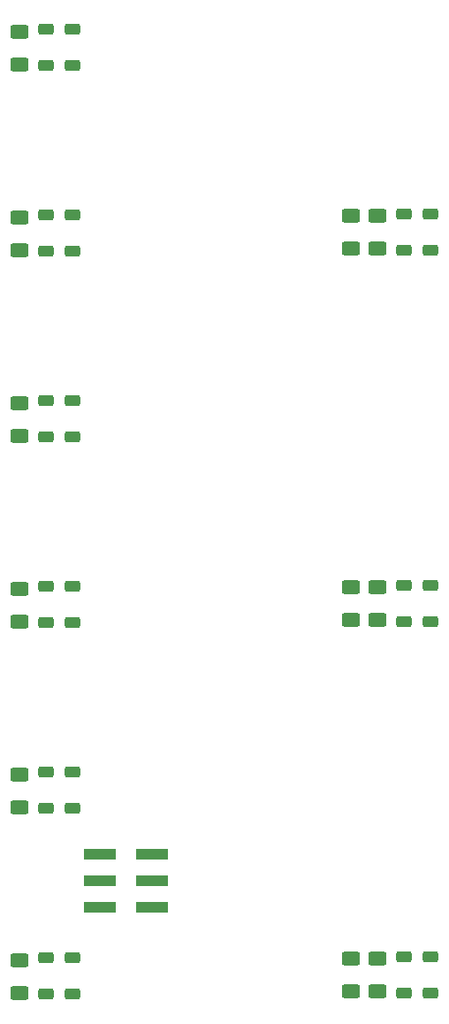
<source format=gbp>
G04 #@! TF.GenerationSoftware,KiCad,Pcbnew,(6.0.6)*
G04 #@! TF.CreationDate,2024-09-22T12:15:16+02:00*
G04 #@! TF.ProjectId,VCA_Module,5643415f-4d6f-4647-956c-652e6b696361,rev?*
G04 #@! TF.SameCoordinates,Original*
G04 #@! TF.FileFunction,Paste,Bot*
G04 #@! TF.FilePolarity,Positive*
%FSLAX46Y46*%
G04 Gerber Fmt 4.6, Leading zero omitted, Abs format (unit mm)*
G04 Created by KiCad (PCBNEW (6.0.6)) date 2024-09-22 12:15:16*
%MOMM*%
%LPD*%
G01*
G04 APERTURE LIST*
G04 Aperture macros list*
%AMRoundRect*
0 Rectangle with rounded corners*
0 $1 Rounding radius*
0 $2 $3 $4 $5 $6 $7 $8 $9 X,Y pos of 4 corners*
0 Add a 4 corners polygon primitive as box body*
4,1,4,$2,$3,$4,$5,$6,$7,$8,$9,$2,$3,0*
0 Add four circle primitives for the rounded corners*
1,1,$1+$1,$2,$3*
1,1,$1+$1,$4,$5*
1,1,$1+$1,$6,$7*
1,1,$1+$1,$8,$9*
0 Add four rect primitives between the rounded corners*
20,1,$1+$1,$2,$3,$4,$5,0*
20,1,$1+$1,$4,$5,$6,$7,0*
20,1,$1+$1,$6,$7,$8,$9,0*
20,1,$1+$1,$8,$9,$2,$3,0*%
G04 Aperture macros list end*
%ADD10RoundRect,0.200000X-0.550000X0.300000X-0.550000X-0.300000X0.550000X-0.300000X0.550000X0.300000X0*%
%ADD11RoundRect,0.200000X0.550000X-0.300000X0.550000X0.300000X-0.550000X0.300000X-0.550000X-0.300000X0*%
%ADD12RoundRect,0.250000X0.625000X-0.400000X0.625000X0.400000X-0.625000X0.400000X-0.625000X-0.400000X0*%
%ADD13R,3.150000X1.000000*%
G04 APERTURE END LIST*
D10*
X43180000Y-68323000D03*
X43180000Y-71823000D03*
X77470000Y-121570000D03*
X77470000Y-125070000D03*
D11*
X40640000Y-157223000D03*
X40640000Y-160723000D03*
D10*
X77470000Y-157130000D03*
X77470000Y-160630000D03*
X43180000Y-103883000D03*
X43180000Y-107383000D03*
X43180000Y-86103000D03*
X43180000Y-89603000D03*
X43180000Y-139443000D03*
X43180000Y-142943000D03*
D11*
X74930000Y-125070000D03*
X74930000Y-121570000D03*
X40640000Y-125163000D03*
X40640000Y-121663000D03*
X74930000Y-160630000D03*
X74930000Y-157130000D03*
D10*
X43180000Y-121663000D03*
X43180000Y-125163000D03*
D11*
X40640000Y-107383000D03*
X40640000Y-103883000D03*
X40640000Y-89603000D03*
X40640000Y-86103000D03*
D10*
X43180000Y-160723000D03*
X43180000Y-157223000D03*
D11*
X40640000Y-142943000D03*
X40640000Y-139443000D03*
D10*
X77470000Y-86010000D03*
X77470000Y-89510000D03*
D11*
X74930000Y-89510000D03*
X74930000Y-86010000D03*
X40640000Y-71823000D03*
X40640000Y-68323000D03*
D12*
X69850000Y-124870000D03*
X69850000Y-121770000D03*
X38100000Y-107250000D03*
X38100000Y-104150000D03*
X69850000Y-89310000D03*
X69850000Y-86210000D03*
D13*
X50785000Y-147320000D03*
X45735000Y-147320000D03*
X50785000Y-149860000D03*
X45735000Y-149860000D03*
X50785000Y-152400000D03*
X45735000Y-152400000D03*
D12*
X69850000Y-160430000D03*
X69850000Y-157330000D03*
X38100000Y-157490000D03*
X38100000Y-160590000D03*
X38100000Y-125030000D03*
X38100000Y-121930000D03*
X38100000Y-142810000D03*
X38100000Y-139710000D03*
X38100000Y-89470000D03*
X38100000Y-86370000D03*
X72390000Y-124870000D03*
X72390000Y-121770000D03*
X72390000Y-89310000D03*
X72390000Y-86210000D03*
X38100000Y-71690000D03*
X38100000Y-68590000D03*
X72390000Y-160430000D03*
X72390000Y-157330000D03*
M02*

</source>
